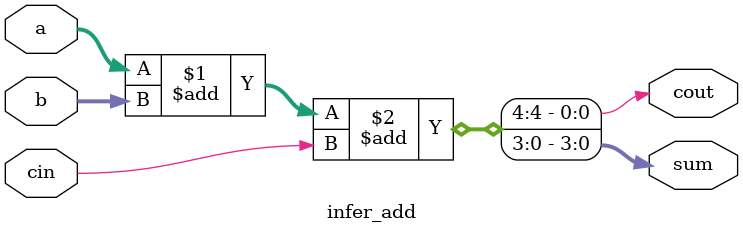
<source format=v>
`timescale 1ns / 1ps

module infer_add(input [3:0] a, input [3:0] b, input cin, output [3:0] sum, output cout);  
   assign {cout, sum} = a + b + cin;
endmodule


</source>
